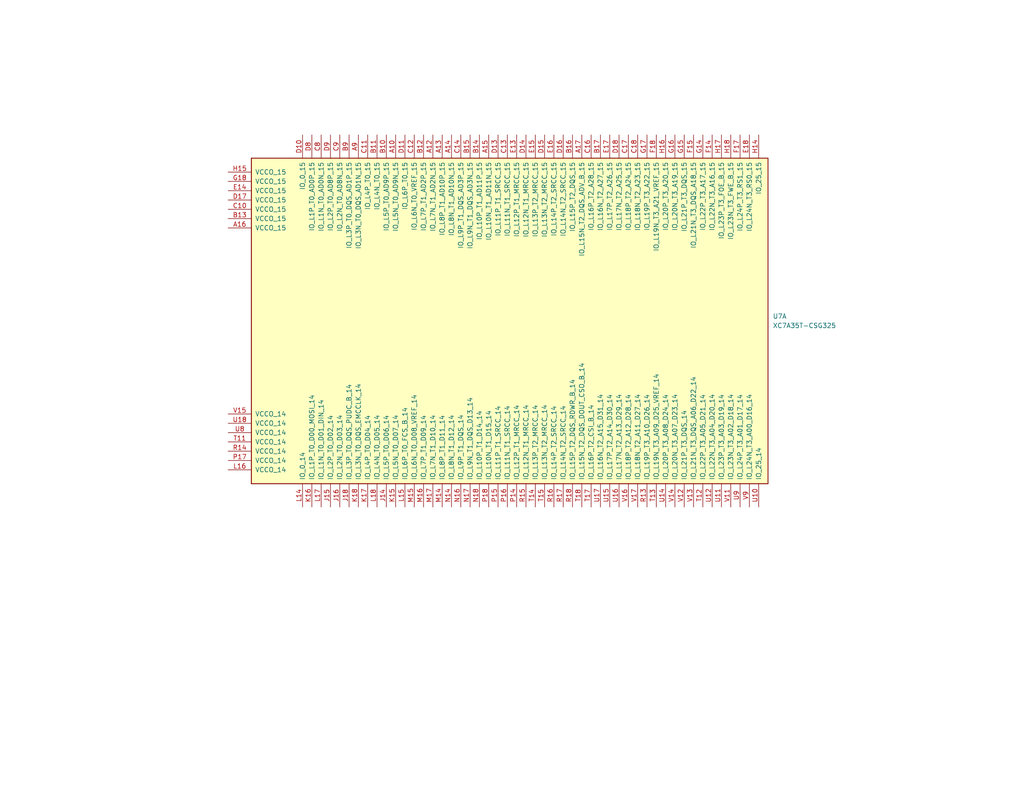
<source format=kicad_sch>
(kicad_sch (version 20231120) (generator "eeschema") (generator_version "8.0")
  (paper "USLetter")
  (title_block (title "XerxesSDR-Dual") (date "2025-04-28") (rev "0.0.1") (company "Dave Witten, KD0EAG; Tom  McDermott, N5EG; Franco Venturi, K4VZ") (comment 2 "[ A Minimalist Rework of HF-103 designed by Oskar Stella, ik1xpv ]") (comment 3 "Infineon/Cypress  FX3 DevKit and LTC2208 and Xilinx XC7-A35T ") (comment 4 "An initial work-in-progress design based on the based on the"))
  (lib_symbols
    (symbol "FPGA_Xilinx_Artix7:XC7A35T-CSG325" (pin_names (offset 1.016))
      (property "Reference" "U" (at 0 1.27 0))
      (property "Value" "XC7A35T-CSG325" (at 0 -1.27 0))
      (symbol "XC7A35T-CSG325_1_1"
        (rectangle (start -44.45 67.31) (end 44.45 -73.66) (stroke (width 0.254)) (fill (type background)))
        (pin bidirectional line (at 50.8 27.94 180) (length 6.35) (name "IO_L5N_T0_AD9N_15") (number "A10"))
        (pin bidirectional line (at 50.8 17.78 180) (length 6.35) (name "IO_L7N_T1_AD2N_15") (number "A12"))
        (pin bidirectional line (at 50.8 15.24 180) (length 6.35) (name "IO_L8P_T1_AD10P_15") (number "A13"))
        (pin bidirectional line (at 50.8 12.7 180) (length 6.35) (name "IO_L8N_T1_AD10N_15") (number "A14"))
        (pin bidirectional line (at 50.8 2.54 180) (length 6.35) (name "IO_L10N_T1_AD11N_15") (number "A15"))
        (pin power_in line (at 25.4 73.66 270) (length 6.35) (name "VCCO_15") (number "A16"))
        (pin bidirectional line (at 50.8 -22.86 180) (length 6.35) (name "IO_L15N_T2_DQS_ADV_B_15") (number "A17"))
        (pin bidirectional line (at 50.8 38.1 180) (length 6.35) (name "IO_L3N_T0_DQS_AD1N_15") (number "A9"))
        (pin bidirectional line (at 50.8 30.48 180) (length 6.35) (name "IO_L5P_T0_AD9P_15") (number "B10"))
        (pin bidirectional line (at 50.8 33.02 180) (length 6.35) (name "IO_L4N_T0_15") (number "B11"))
        (pin bidirectional line (at 50.8 20.32 180) (length 6.35) (name "IO_L7P_T1_AD2P_15") (number "B12"))
        (pin power_in line (at 27.94 73.66 270) (length 6.35) (name "VCCO_15") (number "B13"))
        (pin bidirectional line (at 50.8 5.08 180) (length 6.35) (name "IO_L10P_T1_AD11P_15") (number "B14"))
        (pin bidirectional line (at 50.8 7.62 180) (length 6.35) (name "IO_L9N_T1_DQS_AD3N_15") (number "B15"))
        (pin bidirectional line (at 50.8 -20.32 180) (length 6.35) (name "IO_L15P_T2_DQS_15") (number "B16"))
        (pin bidirectional line (at 50.8 -27.94 180) (length 6.35) (name "IO_L16N_T2_A27_15") (number "B17"))
        (pin bidirectional line (at 50.8 40.64 180) (length 6.35) (name "IO_L3P_T0_DQS_AD1P_15") (number "B9"))
        (pin power_in line (at 30.48 73.66 270) (length 6.35) (name "VCCO_15") (number "C10"))
        (pin bidirectional line (at 50.8 35.56 180) (length 6.35) (name "IO_L4P_T0_15") (number "C11"))
        (pin bidirectional line (at 50.8 22.86 180) (length 6.35) (name "IO_L6N_T0_VREF_15") (number "C12"))
        (pin bidirectional line (at 50.8 -2.54 180) (length 6.35) (name "IO_L11N_T1_SRCC_15") (number "C13"))
        (pin bidirectional line (at 50.8 10.16 180) (length 6.35) (name "IO_L9P_T1_DQS_AD3P_15") (number "C14"))
        (pin bidirectional line (at 50.8 -25.4 180) (length 6.35) (name "IO_L16P_T2_A28_15") (number "C16"))
        (pin bidirectional line (at 50.8 -35.56 180) (length 6.35) (name "IO_L18P_T2_A24_15") (number "C17"))
        (pin bidirectional line (at 50.8 -38.1 180) (length 6.35) (name "IO_L18N_T2_A23_15") (number "C18"))
        (pin bidirectional line (at 50.8 48.26 180) (length 6.35) (name "IO_L1N_T0_AD0N_15") (number "C8"))
        (pin bidirectional line (at 50.8 43.18 180) (length 6.35) (name "IO_L2N_T0_AD8N_15") (number "C9"))
        (pin bidirectional line (at 50.8 53.34 180) (length 6.35) (name "IO_0_15") (number "D10"))
        (pin bidirectional line (at 50.8 25.4 180) (length 6.35) (name "IO_L6P_T0_15") (number "D11"))
        (pin bidirectional line (at 50.8 0 180) (length 6.35) (name "IO_L11P_T1_SRCC_15") (number "D13"))
        (pin bidirectional line (at 50.8 -7.62 180) (length 6.35) (name "IO_L12N_T1_MRCC_15") (number "D14"))
        (pin bidirectional line (at 50.8 -12.7 180) (length 6.35) (name "IO_L13N_T2_MRCC_15") (number "D15"))
        (pin bidirectional line (at 50.8 -17.78 180) (length 6.35) (name "IO_L14N_T2_SRCC_15") (number "D16"))
        (pin power_in line (at 33.02 73.66 270) (length 6.35) (name "VCCO_15") (number "D17"))
        (pin bidirectional line (at 50.8 -33.02 180) (length 6.35) (name "IO_L17N_T2_A25_15") (number "D18"))
        (pin bidirectional line (at 50.8 50.8 180) (length 6.35) (name "IO_L1P_T0_AD0P_15") (number "D8"))
        (pin bidirectional line (at 50.8 45.72 180) (length 6.35) (name "IO_L2P_T0_AD8P_15") (number "D9"))
        (pin bidirectional line (at 50.8 -5.08 180) (length 6.35) (name "IO_L12P_T1_MRCC_15") (number "E13"))
        (pin power_in line (at 35.56 73.66 270) (length 6.35) (name "VCCO_15") (number "E14"))
        (pin bidirectional line (at 50.8 -10.16 180) (length 6.35) (name "IO_L13P_T2_MRCC_15") (number "E15"))
        (pin bidirectional line (at 50.8 -15.24 180) (length 6.35) (name "IO_L14P_T2_SRCC_15") (number "E16"))
        (pin bidirectional line (at 50.8 -30.48 180) (length 6.35) (name "IO_L17P_T2_A26_15") (number "E17"))
        (pin bidirectional line (at 50.8 -68.58 180) (length 6.35) (name "IO_L24N_T3_RS0_15") (number "E18"))
        (pin bidirectional line (at 50.8 -58.42 180) (length 6.35) (name "IO_L22N_T3_A16_15") (number "F14"))
        (pin bidirectional line (at 50.8 -53.34 180) (length 6.35) (name "IO_L21N_T3_DQS_A18_15") (number "F15"))
        (pin bidirectional line (at 50.8 -66.04 180) (length 6.35) (name "IO_L24P_T3_RS1_15") (number "F17"))
        (pin bidirectional line (at 50.8 -43.18 180) (length 6.35) (name "IO_L19N_T3_A21_VREF_15") (number "F18"))
        (pin bidirectional line (at 50.8 -55.88 180) (length 6.35) (name "IO_L22P_T3_A17_15") (number "G14"))
        (pin bidirectional line (at 50.8 -50.8 180) (length 6.35) (name "IO_L21P_T3_DQS_15") (number "G15"))
        (pin bidirectional line (at 50.8 -48.26 180) (length 6.35) (name "IO_L20N_T3_A19_15") (number "G16"))
        (pin bidirectional line (at 50.8 -40.64 180) (length 6.35) (name "IO_L19P_T3_A22_15") (number "G17"))
        (pin power_in line (at 38.1 73.66 270) (length 6.35) (name "VCCO_15") (number "G18"))
        (pin bidirectional line (at 50.8 -71.12 180) (length 6.35) (name "IO_25_15") (number "H14"))
        (pin power_in line (at 40.64 73.66 270) (length 6.35) (name "VCCO_15") (number "H15"))
        (pin bidirectional line (at 50.8 -45.72 180) (length 6.35) (name "IO_L20P_T3_A20_15") (number "H16"))
        (pin bidirectional line (at 50.8 -60.96 180) (length 6.35) (name "IO_L23P_T3_FOE_B_15") (number "H17"))
        (pin bidirectional line (at 50.8 -63.5 180) (length 6.35) (name "IO_L23N_T3_FWE_B_15") (number "H18"))
        (pin bidirectional line (at -50.8 30.48 0) (length 6.35) (name "IO_L5P_T0_D06_14") (number "J14"))
        (pin bidirectional line (at -50.8 45.72 0) (length 6.35) (name "IO_L2P_T0_D02_14") (number "J15"))
        (pin bidirectional line (at -50.8 43.18 0) (length 6.35) (name "IO_L2N_T0_D03_14") (number "J16"))
        (pin bidirectional line (at -50.8 40.64 0) (length 6.35) (name "IO_L3P_T0_DQS_PUDC_B_14") (number "J18"))
        (pin bidirectional line (at -50.8 27.94 0) (length 6.35) (name "IO_L5N_T0_D07_14") (number "K15"))
        (pin bidirectional line (at -50.8 50.8 0) (length 6.35) (name "IO_L1P_T0_D00_MOSI_14") (number "K16"))
        (pin bidirectional line (at -50.8 35.56 0) (length 6.35) (name "IO_L4P_T0_D04_14") (number "K17"))
        (pin bidirectional line (at -50.8 38.1 0) (length 6.35) (name "IO_L3N_T0_DQS_EMCCLK_14") (number "K18"))
        (pin bidirectional line (at -50.8 53.34 0) (length 6.35) (name "IO_0_14") (number "L14"))
        (pin bidirectional line (at -50.8 25.4 0) (length 6.35) (name "IO_L6P_T0_FCS_B_14") (number "L15"))
        (pin power_in line (at -40.64 73.66 270) (length 6.35) (name "VCCO_14") (number "L16"))
        (pin bidirectional line (at -50.8 48.26 0) (length 6.35) (name "IO_L1N_T0_D01_DIN_14") (number "L17"))
        (pin bidirectional line (at -50.8 33.02 0) (length 6.35) (name "IO_L4N_T0_D05_14") (number "L18"))
        (pin bidirectional line (at -50.8 15.24 0) (length 6.35) (name "IO_L8P_T1_D11_14") (number "M14"))
        (pin bidirectional line (at -50.8 22.86 0) (length 6.35) (name "IO_L6N_T0_D08_VREF_14") (number "M15"))
        (pin bidirectional line (at -50.8 20.32 0) (length 6.35) (name "IO_L7P_T1_D09_14") (number "M16"))
        (pin bidirectional line (at -50.8 17.78 0) (length 6.35) (name "IO_L7N_T1_D10_14") (number "M17"))
        (pin bidirectional line (at -50.8 12.7 0) (length 6.35) (name "IO_L8N_T1_D12_14") (number "N14"))
        (pin bidirectional line (at -50.8 10.16 0) (length 6.35) (name "IO_L9P_T1_DQS_14") (number "N16"))
        (pin bidirectional line (at -50.8 7.62 0) (length 6.35) (name "IO_L9N_T1_DQS_D13_14") (number "N17"))
        (pin bidirectional line (at -50.8 5.08 0) (length 6.35) (name "IO_L10P_T1_D14_14") (number "N18"))
        (pin bidirectional line (at -50.8 -5.08 0) (length 6.35) (name "IO_L12P_T1_MRCC_14") (number "P14"))
        (pin bidirectional line (at -50.8 0 0) (length 6.35) (name "IO_L11P_T1_SRCC_14") (number "P15"))
        (pin bidirectional line (at -50.8 -2.54 0) (length 6.35) (name "IO_L11N_T1_SRCC_14") (number "P16"))
        (pin power_in line (at -38.1 73.66 270) (length 6.35) (name "VCCO_14") (number "P17"))
        (pin bidirectional line (at -50.8 2.54 0) (length 6.35) (name "IO_L10N_T1_D15_14") (number "P18"))
        (pin bidirectional line (at -50.8 -40.64 0) (length 6.35) (name "IO_L19P_T3_A10_D26_14") (number "R13"))
        (pin power_in line (at -35.56 73.66 270) (length 6.35) (name "VCCO_14") (number "R14"))
        (pin bidirectional line (at -50.8 -7.62 0) (length 6.35) (name "IO_L12N_T1_MRCC_14") (number "R15"))
        (pin bidirectional line (at -50.8 -15.24 0) (length 6.35) (name "IO_L14P_T2_SRCC_14") (number "R16"))
        (pin bidirectional line (at -50.8 -17.78 0) (length 6.35) (name "IO_L14N_T2_SRCC_14") (number "R17"))
        (pin bidirectional line (at -50.8 -20.32 0) (length 6.35) (name "IO_L15P_T2_DQS_RDWR_B_14") (number "R18"))
        (pin power_in line (at -33.02 73.66 270) (length 6.35) (name "VCCO_14") (number "T11"))
        (pin bidirectional line (at -50.8 -55.88 0) (length 6.35) (name "IO_L22P_T3_A05_D21_14") (number "T12"))
        (pin bidirectional line (at -50.8 -43.18 0) (length 6.35) (name "IO_L19N_T3_A09_D25_VREF_14") (number "T13"))
        (pin bidirectional line (at -50.8 -10.16 0) (length 6.35) (name "IO_L13P_T2_MRCC_14") (number "T14"))
        (pin bidirectional line (at -50.8 -12.7 0) (length 6.35) (name "IO_L13N_T2_MRCC_14") (number "T15"))
        (pin bidirectional line (at -50.8 -25.4 0) (length 6.35) (name "IO_L16P_T2_CSI_B_14") (number "T17"))
        (pin bidirectional line (at -50.8 -22.86 0) (length 6.35) (name "IO_L15N_T2_DQS_DOUT_CSO_B_14") (number "T18"))
        (pin bidirectional line (at -50.8 -71.12 0) (length 6.35) (name "IO_25_14") (number "U10"))
        (pin bidirectional line (at -50.8 -60.96 0) (length 6.35) (name "IO_L23P_T3_A03_D19_14") (number "U11"))
        (pin bidirectional line (at -50.8 -58.42 0) (length 6.35) (name "IO_L22N_T3_A04_D20_14") (number "U12"))
        (pin bidirectional line (at -50.8 -45.72 0) (length 6.35) (name "IO_L20P_T3_A08_D24_14") (number "U14"))
        (pin bidirectional line (at -50.8 -30.48 0) (length 6.35) (name "IO_L17P_T2_A14_D30_14") (number "U15"))
        (pin bidirectional line (at -50.8 -33.02 0) (length 6.35) (name "IO_L17N_T2_A13_D29_14") (number "U16"))
        (pin bidirectional line (at -50.8 -27.94 0) (length 6.35) (name "IO_L16N_T2_A15_D31_14") (number "U17"))
        (pin power_in line (at -27.94 73.66 270) (length 6.35) (name "VCCO_14") (number "U18"))
        (pin power_in line (at -30.48 73.66 270) (length 6.35) (name "VCCO_14") (number "U8"))
        (pin bidirectional line (at -50.8 -66.04 0) (length 6.35) (name "IO_L24P_T3_A01_D17_14") (number "U9"))
        (pin bidirectional line (at -50.8 -63.5 0) (length 6.35) (name "IO_L23N_T3_A02_D18_14") (number "V11"))
        (pin bidirectional line (at -50.8 -50.8 0) (length 6.35) (name "IO_L21P_T3_DQS_14") (number "V12"))
        (pin bidirectional line (at -50.8 -53.34 0) (length 6.35) (name "IO_L21N_T3_DQS_A06_D22_14") (number "V13"))
        (pin bidirectional line (at -50.8 -48.26 0) (length 6.35) (name "IO_L20N_T3_A07_D23_14") (number "V14"))
        (pin power_in line (at -25.4 73.66 270) (length 6.35) (name "VCCO_14") (number "V15"))
        (pin bidirectional line (at -50.8 -35.56 0) (length 6.35) (name "IO_L18P_T2_A12_D28_14") (number "V16"))
        (pin bidirectional line (at -50.8 -38.1 0) (length 6.35) (name "IO_L18N_T2_A11_D27_14") (number "V17"))
        (pin bidirectional line (at -50.8 -68.58 0) (length 6.35) (name "IO_L24N_T3_A00_D16_14") (number "V9"))
      )
      (symbol "XC7A35T-CSG325_2_1"
        (rectangle (start -44.45 67.31) (end 44.45 -73.66) (stroke (width 0.254)) (fill (type background)))
        (pin bidirectional line (at -50.8 43.18 0) (length 6.35) (name "IO_L2N_T0_34") (number "J4"))
        (pin bidirectional line (at -50.8 45.72 0) (length 6.35) (name "IO_L2P_T0_34") (number "J5"))
        (pin bidirectional line (at -50.8 53.34 0) (length 6.35) (name "IO_0_34") (number "J6"))
        (pin bidirectional line (at -50.8 38.1 0) (length 6.35) (name "IO_L3N_T0_DQS_34") (number "K1"))
        (pin bidirectional line (at -50.8 40.64 0) (length 6.35) (name "IO_L3P_T0_DQS_34") (number "K2"))
        (pin bidirectional line (at -50.8 35.56 0) (length 6.35) (name "IO_L4P_T0_34") (number "K3"))
        (pin bidirectional line (at -50.8 48.26 0) (length 6.35) (name "IO_L1N_T0_34") (number "K5"))
        (pin bidirectional line (at -50.8 50.8 0) (length 6.35) (name "IO_L1P_T0_34") (number "K6"))
        (pin bidirectional line (at -50.8 33.02 0) (length 6.35) (name "IO_L4N_T0_34") (number "L2"))
        (pin bidirectional line (at -50.8 27.94 0) (length 6.35) (name "IO_L5N_T0_34") (number "L3"))
        (pin bidirectional line (at -50.8 30.48 0) (length 6.35) (name "IO_L5P_T0_34") (number "L4"))
        (pin bidirectional line (at -50.8 25.4 0) (length 6.35) (name "IO_L6P_T0_34") (number "L5"))
        (pin power_in line (at -40.64 73.66 270) (length 6.35) (name "VCCO_34") (number "L6"))
        (pin bidirectional line (at -50.8 17.78 0) (length 6.35) (name "IO_L7N_T1_34") (number "M1"))
        (pin bidirectional line (at -50.8 20.32 0) (length 6.35) (name "IO_L7P_T1_34") (number "M2"))
        (pin power_in line (at -38.1 73.66 270) (length 6.35) (name "VCCO_34") (number "M3"))
        (pin bidirectional line (at -50.8 5.08 0) (length 6.35) (name "IO_L10P_T1_34") (number "M4"))
        (pin bidirectional line (at -50.8 22.86 0) (length 6.35) (name "IO_L6N_T0_VREF_34") (number "M5"))
        (pin bidirectional line (at -50.8 15.24 0) (length 6.35) (name "IO_L8P_T1_34") (number "M6"))
        (pin bidirectional line (at -50.8 10.16 0) (length 6.35) (name "IO_L9P_T1_DQS_34") (number "N1"))
        (pin bidirectional line (at -50.8 -2.54 0) (length 6.35) (name "IO_L11N_T1_SRCC_34") (number "N2"))
        (pin bidirectional line (at -50.8 0 0) (length 6.35) (name "IO_L11P_T1_SRCC_34") (number "N3"))
        (pin bidirectional line (at -50.8 2.54 0) (length 6.35) (name "IO_L10N_T1_34") (number "N4"))
        (pin bidirectional line (at -50.8 12.7 0) (length 6.35) (name "IO_L8N_T1_34") (number "N6"))
        (pin bidirectional line (at -50.8 7.62 0) (length 6.35) (name "IO_L9N_T1_DQS_34") (number "P1"))
        (pin bidirectional line (at -50.8 -7.62 0) (length 6.35) (name "IO_L12N_T1_MRCC_34") (number "P3"))
        (pin bidirectional line (at -50.8 -5.08 0) (length 6.35) (name "IO_L12P_T1_MRCC_34") (number "P4"))
        (pin bidirectional line (at -50.8 -43.18 0) (length 6.35) (name "IO_L19N_T3_VREF_34") (number "P5"))
        (pin bidirectional line (at -50.8 -40.64 0) (length 6.35) (name "IO_L19P_T3_34") (number "P6"))
        (pin power_in line (at -35.56 73.66 270) (length 6.35) (name "VCCO_34") (number "P7"))
        (pin bidirectional line (at -50.8 -12.7 0) (length 6.35) (name "IO_L13N_T2_MRCC_34") (number "R1"))
        (pin bidirectional line (at -50.8 -10.16 0) (length 6.35) (name "IO_L13P_T2_MRCC_34") (number "R2"))
        (pin bidirectional line (at -50.8 -15.24 0) (length 6.35) (name "IO_L14P_T2_SRCC_34") (number "R3"))
        (pin power_in line (at -33.02 73.66 270) (length 6.35) (name "VCCO_34") (number "R4"))
        (pin bidirectional line (at -50.8 -50.8 0) (length 6.35) (name "IO_L21P_T3_DQS_34") (number "R5"))
        (pin bidirectional line (at -50.8 -71.12 0) (length 6.35) (name "IO_25_34") (number "R6"))
        (pin bidirectional line (at -50.8 -55.88 0) (length 6.35) (name "IO_L22P_T3_34") (number "R7"))
        (pin power_in line (at -30.48 73.66 270) (length 6.35) (name "VCCO_34") (number "T1"))
        (pin bidirectional line (at -50.8 -17.78 0) (length 6.35) (name "IO_L14N_T2_SRCC_34") (number "T2"))
        (pin bidirectional line (at -50.8 -33.02 0) (length 6.35) (name "IO_L17N_T2_34") (number "T3"))
        (pin bidirectional line (at -50.8 -30.48 0) (length 6.35) (name "IO_L17P_T2_34") (number "T4"))
        (pin bidirectional line (at -50.8 -53.34 0) (length 6.35) (name "IO_L21N_T3_DQS_34") (number "T5"))
        (pin bidirectional line (at -50.8 -58.42 0) (length 6.35) (name "IO_L22N_T3_34") (number "T7"))
        (pin bidirectional line (at -50.8 -22.86 0) (length 6.35) (name "IO_L15N_T2_DQS_34") (number "U1"))
        (pin bidirectional line (at -50.8 -20.32 0) (length 6.35) (name "IO_L15P_T2_DQS_34") (number "U2"))
        (pin bidirectional line (at -50.8 -35.56 0) (length 6.35) (name "IO_L18P_T2_34") (number "U4"))
        (pin bidirectional line (at -50.8 -48.26 0) (length 6.35) (name "IO_L20N_T3_34") (number "U5"))
        (pin bidirectional line (at -50.8 -45.72 0) (length 6.35) (name "IO_L20P_T3_34") (number "U6"))
        (pin bidirectional line (at -50.8 -60.96 0) (length 6.35) (name "IO_L23P_T3_34") (number "U7"))
        (pin bidirectional line (at -50.8 -27.94 0) (length 6.35) (name "IO_L16N_T2_34") (number "V2"))
        (pin bidirectional line (at -50.8 -25.4 0) (length 6.35) (name "IO_L16P_T2_34") (number "V3"))
        (pin bidirectional line (at -50.8 -38.1 0) (length 6.35) (name "IO_L18N_T2_34") (number "V4"))
        (pin power_in line (at -27.94 73.66 270) (length 6.35) (name "VCCO_34") (number "V5"))
        (pin bidirectional line (at -50.8 -63.5 0) (length 6.35) (name "IO_L23N_T3_34") (number "V6"))
        (pin bidirectional line (at -50.8 -68.58 0) (length 6.35) (name "IO_L24N_T3_34") (number "V7"))
        (pin bidirectional line (at -50.8 -66.04 0) (length 6.35) (name "IO_L24P_T3_34") (number "V8"))
      )
      (symbol "XC7A35T-CSG325_3_1"
        (rectangle (start -31.75 30.48) (end 31.75 -30.48) (stroke (width 0.254)) (fill (type background)))
        (pin bidirectional line (at -38.1 -2.54 0) (length 6.35) (name "MGTPRXN1_216") (number "A3"))
        (pin bidirectional line (at -38.1 0 0) (length 6.35) (name "MGTPRXP1_216") (number "A4"))
        (pin bidirectional line (at -38.1 10.16 0) (length 6.35) (name "MGTPTXN3_216") (number "B1"))
        (pin bidirectional line (at -38.1 12.7 0) (length 6.35) (name "MGTPTXP3_216") (number "B2"))
        (pin bidirectional line (at -38.1 -25.4 0) (length 6.35) (name "MGTREFCLK1N_216") (number "B5"))
        (pin bidirectional line (at -38.1 -22.86 0) (length 6.35) (name "MGTREFCLK1P_216") (number "B6"))
        (pin bidirectional line (at -38.1 -7.62 0) (length 6.35) (name "MGTPRXN2_216") (number "C3"))
        (pin bidirectional line (at -38.1 -5.08 0) (length 6.35) (name "MGTPRXP2_216") (number "C4"))
        (pin bidirectional line (at -38.1 15.24 0) (length 6.35) (name "MGTPTXN2_216") (number "D1"))
        (pin bidirectional line (at -38.1 17.78 0) (length 6.35) (name "MGTPTXP2_216") (number "D2"))
        (pin bidirectional line (at -38.1 -20.32 0) (length 6.35) (name "MGTREFCLK0N_216") (number "D5"))
        (pin bidirectional line (at -38.1 -17.78 0) (length 6.35) (name "MGTREFCLK0P_216") (number "D6"))
        (pin bidirectional line (at -38.1 2.54 0) (length 6.35) (name "MGTPRXN0_216") (number "E3"))
        (pin bidirectional line (at -38.1 5.08 0) (length 6.35) (name "MGTPRXP0_216") (number "E4"))
        (pin bidirectional line (at -38.1 20.32 0) (length 6.35) (name "MGTPTXN1_216") (number "F1"))
        (pin bidirectional line (at -38.1 22.86 0) (length 6.35) (name "MGTPTXP1_216") (number "F2"))
        (pin bidirectional line (at -38.1 -12.7 0) (length 6.35) (name "MGTPRXN3_216") (number "G3"))
        (pin bidirectional line (at -38.1 -10.16 0) (length 6.35) (name "MGTPRXP3_216") (number "G4"))
        (pin bidirectional line (at -38.1 25.4 0) (length 6.35) (name "MGTPTXN0_216") (number "H1"))
        (pin bidirectional line (at -38.1 27.94 0) (length 6.35) (name "MGTPTXP0_216") (number "H2"))
      )
      (symbol "XC7A35T-CSG325_4_1"
        (rectangle (start -31.75 10.16) (end 31.75 -10.16) (stroke (width 0.254)) (fill (type background)))
        (pin power_in line (at 38.1 7.62 180) (length 6.35) (name "MGTAVTT") (number "A2"))
        (pin power_in line (at 38.1 -7.62 180) (length 6.35) (name "MGTRREF_216") (number "A6"))
        (pin power_in line (at -38.1 7.62 0) (length 6.35) (name "MGTAVCC") (number "B4"))
        (pin power_in line (at 38.1 5.08 180) (length 6.35) (name "MGTAVTT") (number "C1"))
        (pin power_in line (at -38.1 5.08 0) (length 6.35) (name "MGTAVCC") (number "C5"))
        (pin power_in line (at 38.1 2.54 180) (length 6.35) (name "MGTAVTT") (number "E1"))
        (pin power_in line (at -38.1 2.54 0) (length 6.35) (name "MGTAVCC") (number "E5"))
        (pin power_in line (at 38.1 0 180) (length 6.35) (name "MGTAVTT") (number "F3"))
        (pin power_in line (at -38.1 0 0) (length 6.35) (name "MGTAVCC") (number "F5"))
        (pin power_in line (at 38.1 -2.54 180) (length 6.35) (name "MGTAVTT") (number "G2"))
      )
      (symbol "XC7A35T-CSG325_5_1"
        (rectangle (start -31.75 34.29) (end 31.75 -40.64) (stroke (width 0.254)) (fill (type background)))
        (pin power_in line (at 25.4 40.64 270) (length 6.35) (name "VCCO_0") (number "E10"))
        (pin bidirectional line (at 38.1 -15.24 180) (length 6.35) (name "CFGBVS_0") (number "E12"))
        (pin bidirectional line (at 38.1 7.62 180) (length 6.35) (name "CCLK_0") (number "E8"))
        (pin bidirectional line (at 38.1 -5.08 180) (length 6.35) (name "DONE_0") (number "F12"))
        (pin bidirectional line (at 38.1 0 180) (length 6.35) (name "M2_0") (number "F13"))
        (pin bidirectional line (at 38.1 12.7 180) (length 6.35) (name "TCK_0") (number "F8"))
        (pin bidirectional line (at 38.1 -20.32 180) (length 6.35) (name "VP_0") (number "K10"))
        (pin bidirectional line (at 38.1 -30.48 180) (length 6.35) (name "VREFN_0") (number "K9"))
        (pin bidirectional line (at 38.1 -27.94 180) (length 6.35) (name "VREFP_0") (number "L10"))
        (pin bidirectional line (at 38.1 -22.86 180) (length 6.35) (name "VN_0") (number "L9"))
        (pin bidirectional line (at 38.1 -35.56 180) (length 6.35) (name "DXP_0") (number "M10"))
        (pin bidirectional line (at 38.1 -38.1 180) (length 6.35) (name "DXN_0") (number "M9"))
        (pin bidirectional line (at 38.1 -10.16 180) (length 6.35) (name "PROGRAM_B_0") (number "P10"))
        (pin power_in line (at 27.94 40.64 270) (length 6.35) (name "VCCO_0") (number "R10"))
        (pin bidirectional line (at 38.1 2.54 180) (length 6.35) (name "M1_0") (number "R11"))
        (pin bidirectional line (at 38.1 5.08 180) (length 6.35) (name "M0_0") (number "R12"))
        (pin bidirectional line (at 38.1 15.24 180) (length 6.35) (name "TMS_0") (number "R8"))
        (pin bidirectional line (at 38.1 -7.62 180) (length 6.35) (name "INIT_B_0") (number "T10"))
        (pin bidirectional line (at 38.1 17.78 180) (length 6.35) (name "TDO_0") (number "T8"))
        (pin bidirectional line (at 38.1 20.32 180) (length 6.35) (name "TDI_0") (number "T9"))
      )
      (symbol "XC7A35T-CSG325_6_1"
        (rectangle (start -19.05 73.66) (end 19.05 -73.66) (stroke (width 0.254)) (fill (type background)))
        (pin power_in line (at -25.4 22.86 0) (length 6.35) (name "GND") (number "A1"))
        (pin power_in line (at -25.4 12.7 0) (length 6.35) (name "GND") (number "A11"))
        (pin power_in line (at -25.4 10.16 0) (length 6.35) (name "GND") (number "A18"))
        (pin power_in line (at -25.4 20.32 0) (length 6.35) (name "GND") (number "A5"))
        (pin power_in line (at -25.4 17.78 0) (length 6.35) (name "GND") (number "A7"))
        (pin power_in line (at -25.4 15.24 0) (length 6.35) (name "GND") (number "A8"))
        (pin power_in line (at -25.4 0 0) (length 6.35) (name "GND") (number "B18"))
        (pin power_in line (at -25.4 7.62 0) (length 6.35) (name "GND") (number "B3"))
        (pin power_in line (at -25.4 5.08 0) (length 6.35) (name "GND") (number "B7"))
        (pin power_in line (at -25.4 2.54 0) (length 6.35) (name "GND") (number "B8"))
        (pin power_in line (at -25.4 -10.16 0) (length 6.35) (name "GND") (number "C15"))
        (pin power_in line (at -25.4 -2.54 0) (length 6.35) (name "GND") (number "C2"))
        (pin power_in line (at -25.4 -5.08 0) (length 6.35) (name "GND") (number "C6"))
        (pin power_in line (at -25.4 -7.62 0) (length 6.35) (name "GND") (number "C7"))
        (pin power_in line (at -25.4 -20.32 0) (length 6.35) (name "GND") (number "D12"))
        (pin power_in line (at -25.4 -12.7 0) (length 6.35) (name "GND") (number "D3"))
        (pin power_in line (at -25.4 -15.24 0) (length 6.35) (name "GND") (number "D4"))
        (pin power_in line (at -25.4 -17.78 0) (length 6.35) (name "GND") (number "D7"))
        (pin power_in line (at -25.4 50.8 0) (length 6.35) (name "VCCBATT_0") (number "E11"))
        (pin power_in line (at -25.4 -22.86 0) (length 6.35) (name "GND") (number "E2"))
        (pin power_in line (at -25.4 -25.4 0) (length 6.35) (name "GND") (number "E6"))
        (pin power_in line (at -25.4 -27.94 0) (length 6.35) (name "GND") (number "E7"))
        (pin power_in line (at -25.4 -30.48 0) (length 6.35) (name "GND") (number "E9"))
        (pin power_in line (at -25.4 -38.1 0) (length 6.35) (name "GND") (number "F10"))
        (pin power_in line (at -25.4 48.26 0) (length 6.35) (name "VCCBRAM") (number "F11"))
        (pin power_in line (at -25.4 -40.64 0) (length 6.35) (name "GND") (number "F16"))
        (pin power_in line (at -25.4 -33.02 0) (length 6.35) (name "GND") (number "F4"))
        (pin power_in line (at -25.4 -35.56 0) (length 6.35) (name "GND") (number "F6"))
        (pin power_in line (at 25.4 71.12 180) (length 6.35) (name "VCCINT") (number "F7"))
        (pin power_in line (at 25.4 68.58 180) (length 6.35) (name "VCCINT") (number "F9"))
        (pin power_in line (at -25.4 -43.18 0) (length 6.35) (name "GND") (number "G1"))
        (pin power_in line (at -25.4 45.72 0) (length 6.35) (name "VCCBRAM") (number "G10"))
        (pin power_in line (at -25.4 -55.88 0) (length 6.35) (name "GND") (number "G11"))
        (pin power_in line (at -25.4 71.12 0) (length 6.35) (name "VCCAUX") (number "G12"))
        (pin power_in line (at -25.4 -58.42 0) (length 6.35) (name "GND") (number "G13"))
        (pin power_in line (at -25.4 -45.72 0) (length 6.35) (name "GND") (number "G5"))
        (pin power_in line (at -25.4 -48.26 0) (length 6.35) (name "GND") (number "G6"))
        (pin power_in line (at -25.4 -50.8 0) (length 6.35) (name "GND") (number "G7"))
        (pin power_in line (at 25.4 66.04 180) (length 6.35) (name "VCCINT") (number "G8"))
        (pin power_in line (at -25.4 -53.34 0) (length 6.35) (name "GND") (number "G9"))
        (pin power_in line (at 25.4 20.32 180) (length 6.35) (name "GND") (number "H10"))
        (pin power_in line (at -25.4 43.18 0) (length 6.35) (name "VCCBRAM") (number "H11"))
        (pin power_in line (at 25.4 17.78 180) (length 6.35) (name "GND") (number "H12"))
        (pin power_in line (at -25.4 68.58 0) (length 6.35) (name "VCCAUX") (number "H13"))
        (pin power_in line (at -25.4 -60.96 0) (length 6.35) (name "GND") (number "H3"))
        (pin power_in line (at -25.4 -63.5 0) (length 6.35) (name "GND") (number "H4"))
        (pin power_in line (at -25.4 -66.04 0) (length 6.35) (name "GND") (number "H5"))
        (pin power_in line (at -25.4 -68.58 0) (length 6.35) (name "GND") (number "H6"))
        (pin power_in line (at 25.4 63.5 180) (length 6.35) (name "VCCINT") (number "H7"))
        (pin power_in line (at -25.4 -71.12 0) (length 6.35) (name "GND") (number "H8"))
        (pin power_in line (at 25.4 60.96 180) (length 6.35) (name "VCCINT") (number "H9"))
        (pin power_in line (at 25.4 15.24 180) (length 6.35) (name "GND") (number "J1"))
        (pin power_in line (at -25.4 53.34 0) (length 6.35) (name "VCCADC_0") (number "J10"))
        (pin power_in line (at 25.4 5.08 180) (length 6.35) (name "GND") (number "J11"))
        (pin power_in line (at 25.4 55.88 180) (length 6.35) (name "VCCINT") (number "J12"))
        (pin power_in line (at 25.4 2.54 180) (length 6.35) (name "GND") (number "J13"))
        (pin power_in line (at 25.4 0 180) (length 6.35) (name "GND") (number "J17"))
        (pin power_in line (at 25.4 12.7 180) (length 6.35) (name "GND") (number "J2"))
        (pin power_in line (at 25.4 10.16 180) (length 6.35) (name "GND") (number "J3"))
        (pin power_in line (at 25.4 7.62 180) (length 6.35) (name "GND") (number "J7"))
        (pin power_in line (at 25.4 58.42 180) (length 6.35) (name "VCCINT") (number "J8"))
        (pin power_in line (at -25.4 55.88 0) (length 6.35) (name "GNDADC_0") (number "J9"))
        (pin power_in line (at 25.4 50.8 180) (length 6.35) (name "VCCINT") (number "K11"))
        (pin power_in line (at 25.4 -7.62 180) (length 6.35) (name "GND") (number "K12"))
        (pin power_in line (at -25.4 66.04 0) (length 6.35) (name "VCCAUX") (number "K13"))
        (pin power_in line (at 25.4 -10.16 180) (length 6.35) (name "GND") (number "K14"))
        (pin power_in line (at 25.4 -2.54 180) (length 6.35) (name "GND") (number "K4"))
        (pin power_in line (at 25.4 53.34 180) (length 6.35) (name "VCCINT") (number "K7"))
        (pin power_in line (at 25.4 -5.08 180) (length 6.35) (name "GND") (number "K8"))
        (pin power_in line (at 25.4 -12.7 180) (length 6.35) (name "GND") (number "L1"))
        (pin power_in line (at 25.4 -17.78 180) (length 6.35) (name "GND") (number "L11"))
        (pin power_in line (at 25.4 45.72 180) (length 6.35) (name "VCCINT") (number "L12"))
        (pin power_in line (at 25.4 -20.32 180) (length 6.35) (name "GND") (number "L13"))
        (pin power_in line (at 25.4 -15.24 180) (length 6.35) (name "GND") (number "L7"))
        (pin power_in line (at 25.4 48.26 180) (length 6.35) (name "VCCINT") (number "L8"))
        (pin power_in line (at 25.4 40.64 180) (length 6.35) (name "VCCINT") (number "M11"))
        (pin power_in line (at 25.4 -25.4 180) (length 6.35) (name "GND") (number "M12"))
        (pin power_in line (at -25.4 63.5 0) (length 6.35) (name "VCCAUX") (number "M13"))
        (pin power_in line (at 25.4 -27.94 180) (length 6.35) (name "GND") (number "M18"))
        (pin power_in line (at 25.4 43.18 180) (length 6.35) (name "VCCINT") (number "M7"))
        (pin power_in line (at 25.4 -22.86 180) (length 6.35) (name "GND") (number "M8"))
        (pin power_in line (at 25.4 35.56 180) (length 6.35) (name "VCCINT") (number "N10"))
        (pin power_in line (at 25.4 -38.1 180) (length 6.35) (name "GND") (number "N11"))
        (pin power_in line (at 25.4 33.02 180) (length 6.35) (name "VCCINT") (number "N12"))
        (pin power_in line (at 25.4 -40.64 180) (length 6.35) (name "GND") (number "N13"))
        (pin power_in line (at 25.4 -43.18 180) (length 6.35) (name "GND") (number "N15"))
        (pin power_in line (at 25.4 -30.48 180) (length 6.35) (name "GND") (number "N5"))
        (pin power_in line (at 25.4 -33.02 180) (length 6.35) (name "GND") (number "N7"))
        (pin power_in line (at 25.4 38.1 180) (length 6.35) (name "VCCINT") (number "N8"))
        (pin power_in line (at 25.4 -35.56 180) (length 6.35) (name "GND") (number "N9"))
        (pin power_in line (at 25.4 27.94 180) (length 6.35) (name "VCCINT") (number "P11"))
        (pin power_in line (at 25.4 -50.8 180) (length 6.35) (name "GND") (number "P12"))
        (pin power_in line (at -25.4 60.96 0) (length 6.35) (name "VCCAUX") (number "P13"))
        (pin power_in line (at 25.4 -45.72 180) (length 6.35) (name "GND") (number "P2"))
        (pin power_in line (at 25.4 -48.26 180) (length 6.35) (name "GND") (number "P8"))
        (pin power_in line (at 25.4 30.48 180) (length 6.35) (name "VCCINT") (number "P9"))
        (pin power_in line (at 25.4 -53.34 180) (length 6.35) (name "GND") (number "R9"))
        (pin power_in line (at 25.4 -58.42 180) (length 6.35) (name "GND") (number "T16"))
        (pin power_in line (at 25.4 -55.88 180) (length 6.35) (name "GND") (number "T6"))
        (pin power_in line (at 25.4 -63.5 180) (length 6.35) (name "GND") (number "U13"))
        (pin power_in line (at 25.4 -60.96 180) (length 6.35) (name "GND") (number "U3"))
        (pin power_in line (at 25.4 -66.04 180) (length 6.35) (name "GND") (number "V1"))
        (pin power_in line (at 25.4 -68.58 180) (length 6.35) (name "GND") (number "V10"))
        (pin power_in line (at 25.4 -71.12 180) (length 6.35) (name "GND") (number "V18"))
      )
    )
  )
  (symbol (lib_id "FPGA_Xilinx_Artix7:XC7A35T-CSG325") (at 135.89 87.63 90) (unit 1)
    (property "Reference" "U7" (at 210.82 86.3599 90) (effects (justify right)))
    (property "Value" "XC7A35T-CSG325" (at 210.82 88.8999 90) (effects (justify right)))
    (property "Description" "Artix 7 T 35 XC7A35T-CSG325" (effects (hide yes)))
  )
)
</source>
